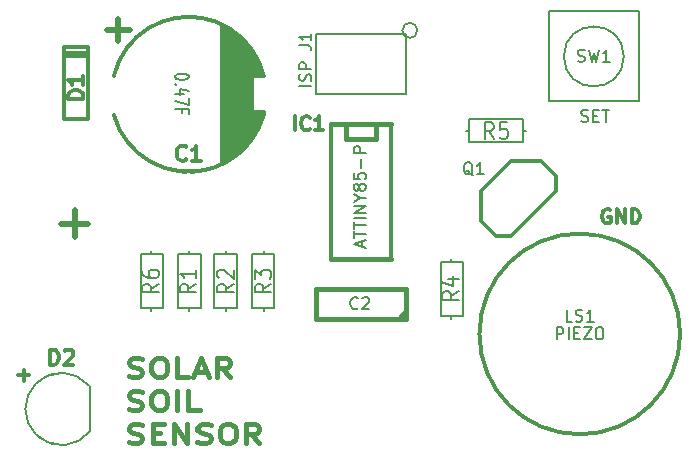
<source format=gbr>
G04 #@! TF.GenerationSoftware,KiCad,Pcbnew,(5.1.0)-1*
G04 #@! TF.CreationDate,2020-04-16T11:46:00+01:00*
G04 #@! TF.ProjectId,SolarSoilSensor,536f6c61-7253-46f6-996c-53656e736f72,rev?*
G04 #@! TF.SameCoordinates,PX5faea10PY77e7cd0*
G04 #@! TF.FileFunction,Legend,Top*
G04 #@! TF.FilePolarity,Positive*
%FSLAX46Y46*%
G04 Gerber Fmt 4.6, Leading zero omitted, Abs format (unit mm)*
G04 Created by KiCad (PCBNEW (5.1.0)-1) date 2020-04-16 11:46:00*
%MOMM*%
%LPD*%
G04 APERTURE LIST*
%ADD10C,0.400000*%
%ADD11C,0.300000*%
%ADD12C,0.500000*%
%ADD13C,0.200000*%
%ADD14C,0.304800*%
%ADD15C,0.381000*%
%ADD16C,0.127000*%
%ADD17C,0.203200*%
%ADD18C,0.150000*%
G04 APERTURE END LIST*
D10*
X13975952Y7867381D02*
X14261666Y7791191D01*
X14737857Y7791191D01*
X14928333Y7867381D01*
X15023571Y7943572D01*
X15118809Y8095953D01*
X15118809Y8248334D01*
X15023571Y8400715D01*
X14928333Y8476905D01*
X14737857Y8553096D01*
X14356904Y8629286D01*
X14166428Y8705477D01*
X14071190Y8781667D01*
X13975952Y8934048D01*
X13975952Y9086429D01*
X14071190Y9238810D01*
X14166428Y9315000D01*
X14356904Y9391191D01*
X14833095Y9391191D01*
X15118809Y9315000D01*
X16356904Y9391191D02*
X16737857Y9391191D01*
X16928333Y9315000D01*
X17118809Y9162620D01*
X17214047Y8857858D01*
X17214047Y8324524D01*
X17118809Y8019762D01*
X16928333Y7867381D01*
X16737857Y7791191D01*
X16356904Y7791191D01*
X16166428Y7867381D01*
X15975952Y8019762D01*
X15880714Y8324524D01*
X15880714Y8857858D01*
X15975952Y9162620D01*
X16166428Y9315000D01*
X16356904Y9391191D01*
X19023571Y7791191D02*
X18071190Y7791191D01*
X18071190Y9391191D01*
X19595000Y8248334D02*
X20547380Y8248334D01*
X19404523Y7791191D02*
X20071190Y9391191D01*
X20737857Y7791191D01*
X22547380Y7791191D02*
X21880714Y8553096D01*
X21404523Y7791191D02*
X21404523Y9391191D01*
X22166428Y9391191D01*
X22356904Y9315000D01*
X22452142Y9238810D01*
X22547380Y9086429D01*
X22547380Y8857858D01*
X22452142Y8705477D01*
X22356904Y8629286D01*
X22166428Y8553096D01*
X21404523Y8553096D01*
X13975952Y5067381D02*
X14261666Y4991191D01*
X14737857Y4991191D01*
X14928333Y5067381D01*
X15023571Y5143572D01*
X15118809Y5295953D01*
X15118809Y5448334D01*
X15023571Y5600715D01*
X14928333Y5676905D01*
X14737857Y5753096D01*
X14356904Y5829286D01*
X14166428Y5905477D01*
X14071190Y5981667D01*
X13975952Y6134048D01*
X13975952Y6286429D01*
X14071190Y6438810D01*
X14166428Y6515000D01*
X14356904Y6591191D01*
X14833095Y6591191D01*
X15118809Y6515000D01*
X16356904Y6591191D02*
X16737857Y6591191D01*
X16928333Y6515000D01*
X17118809Y6362620D01*
X17214047Y6057858D01*
X17214047Y5524524D01*
X17118809Y5219762D01*
X16928333Y5067381D01*
X16737857Y4991191D01*
X16356904Y4991191D01*
X16166428Y5067381D01*
X15975952Y5219762D01*
X15880714Y5524524D01*
X15880714Y6057858D01*
X15975952Y6362620D01*
X16166428Y6515000D01*
X16356904Y6591191D01*
X18071190Y4991191D02*
X18071190Y6591191D01*
X19975952Y4991191D02*
X19023571Y4991191D01*
X19023571Y6591191D01*
X13975952Y2267381D02*
X14261666Y2191191D01*
X14737857Y2191191D01*
X14928333Y2267381D01*
X15023571Y2343572D01*
X15118809Y2495953D01*
X15118809Y2648334D01*
X15023571Y2800715D01*
X14928333Y2876905D01*
X14737857Y2953096D01*
X14356904Y3029286D01*
X14166428Y3105477D01*
X14071190Y3181667D01*
X13975952Y3334048D01*
X13975952Y3486429D01*
X14071190Y3638810D01*
X14166428Y3715000D01*
X14356904Y3791191D01*
X14833095Y3791191D01*
X15118809Y3715000D01*
X15975952Y3029286D02*
X16642619Y3029286D01*
X16928333Y2191191D02*
X15975952Y2191191D01*
X15975952Y3791191D01*
X16928333Y3791191D01*
X17785476Y2191191D02*
X17785476Y3791191D01*
X18928333Y2191191D01*
X18928333Y3791191D01*
X19785476Y2267381D02*
X20071190Y2191191D01*
X20547380Y2191191D01*
X20737857Y2267381D01*
X20833095Y2343572D01*
X20928333Y2495953D01*
X20928333Y2648334D01*
X20833095Y2800715D01*
X20737857Y2876905D01*
X20547380Y2953096D01*
X20166428Y3029286D01*
X19975952Y3105477D01*
X19880714Y3181667D01*
X19785476Y3334048D01*
X19785476Y3486429D01*
X19880714Y3638810D01*
X19975952Y3715000D01*
X20166428Y3791191D01*
X20642619Y3791191D01*
X20928333Y3715000D01*
X22166428Y3791191D02*
X22547380Y3791191D01*
X22737857Y3715000D01*
X22928333Y3562620D01*
X23023571Y3257858D01*
X23023571Y2724524D01*
X22928333Y2419762D01*
X22737857Y2267381D01*
X22547380Y2191191D01*
X22166428Y2191191D01*
X21975952Y2267381D01*
X21785476Y2419762D01*
X21690238Y2724524D01*
X21690238Y3257858D01*
X21785476Y3562620D01*
X21975952Y3715000D01*
X22166428Y3791191D01*
X25023571Y2191191D02*
X24356904Y2953096D01*
X23880714Y2191191D02*
X23880714Y3791191D01*
X24642619Y3791191D01*
X24833095Y3715000D01*
X24928333Y3638810D01*
X25023571Y3486429D01*
X25023571Y3257858D01*
X24928333Y3105477D01*
X24833095Y3029286D01*
X24642619Y2953096D01*
X23880714Y2953096D01*
D11*
X54711714Y21936000D02*
X54597428Y21993143D01*
X54426000Y21993143D01*
X54254571Y21936000D01*
X54140285Y21821715D01*
X54083142Y21707429D01*
X54026000Y21478858D01*
X54026000Y21307429D01*
X54083142Y21078858D01*
X54140285Y20964572D01*
X54254571Y20850286D01*
X54426000Y20793143D01*
X54540285Y20793143D01*
X54711714Y20850286D01*
X54768857Y20907429D01*
X54768857Y21307429D01*
X54540285Y21307429D01*
X55283142Y20793143D02*
X55283142Y21993143D01*
X55968857Y20793143D01*
X55968857Y21993143D01*
X56540285Y20793143D02*
X56540285Y21993143D01*
X56826000Y21993143D01*
X56997428Y21936000D01*
X57111714Y21821715D01*
X57168857Y21707429D01*
X57226000Y21478858D01*
X57226000Y21307429D01*
X57168857Y21078858D01*
X57111714Y20964572D01*
X56997428Y20850286D01*
X56826000Y20793143D01*
X56540285Y20793143D01*
D12*
X10540857Y20740715D02*
X8255142Y20740715D01*
X9398000Y19597858D02*
X9398000Y21883572D01*
D13*
X19050000Y18161000D02*
X19050000Y18415000D01*
X19050000Y13589000D02*
X19050000Y13335000D01*
X20066000Y18161000D02*
X18161000Y18161000D01*
X18161000Y18161000D02*
X18161000Y13589000D01*
X18161000Y13589000D02*
X20066000Y13589000D01*
X20066000Y13589000D02*
X20066000Y18161000D01*
X22225000Y13589000D02*
X22225000Y13335000D01*
X22225000Y18161000D02*
X22225000Y18415000D01*
X21209000Y13589000D02*
X23114000Y13589000D01*
X23114000Y13589000D02*
X23114000Y18161000D01*
X23114000Y18161000D02*
X21209000Y18161000D01*
X21209000Y18161000D02*
X21209000Y13589000D01*
X25400000Y13589000D02*
X25400000Y13335000D01*
X25400000Y18161000D02*
X25400000Y18415000D01*
X24384000Y13589000D02*
X26289000Y13589000D01*
X26289000Y13589000D02*
X26289000Y18161000D01*
X26289000Y18161000D02*
X24384000Y18161000D01*
X24384000Y18161000D02*
X24384000Y13589000D01*
X41275000Y17526000D02*
X41275000Y17780000D01*
X41275000Y12954000D02*
X41275000Y12700000D01*
X42291000Y17526000D02*
X40386000Y17526000D01*
X40386000Y17526000D02*
X40386000Y12954000D01*
X40386000Y12954000D02*
X42291000Y12954000D01*
X42291000Y12954000D02*
X42291000Y17526000D01*
X42799000Y28575000D02*
X42545000Y28575000D01*
X47371000Y28575000D02*
X47625000Y28575000D01*
X42799000Y29591000D02*
X42799000Y27686000D01*
X42799000Y27686000D02*
X47371000Y27686000D01*
X47371000Y27686000D02*
X47371000Y29591000D01*
X47371000Y29591000D02*
X42799000Y29591000D01*
X15875000Y18161000D02*
X15875000Y18415000D01*
X15875000Y13589000D02*
X15875000Y13335000D01*
X16891000Y18161000D02*
X14986000Y18161000D01*
X14986000Y18161000D02*
X14986000Y13589000D01*
X14986000Y13589000D02*
X16891000Y13589000D01*
X16891000Y13589000D02*
X16891000Y18161000D01*
D11*
X60650000Y11430000D02*
G75*
G03X60650000Y11430000I-8500000J0D01*
G01*
X25400000Y30226000D02*
X25400000Y29972000D01*
X24130000Y30226000D02*
X25400000Y30226000D01*
X23876000Y27686000D02*
X24130000Y27940000D01*
X24384000Y29210000D02*
X24638000Y28956000D01*
X24384000Y28194000D02*
X24638000Y28956000D01*
X24892000Y29210000D02*
X24384000Y28194000D01*
X24638000Y29210000D02*
X24892000Y29210000D01*
X24384000Y29464000D02*
X24638000Y29210000D01*
X25146000Y29464000D02*
X24638000Y29464000D01*
X24130000Y29718000D02*
X25146000Y29718000D01*
X25400000Y29972000D02*
X24130000Y29972000D01*
X22098000Y37338000D02*
X22098000Y26162000D01*
X22098000Y26162000D02*
X22860000Y26670000D01*
X22860000Y26670000D02*
X22860000Y36830000D01*
X22860000Y36830000D02*
X22098000Y37338000D01*
X22098000Y37338000D02*
X23114000Y36576000D01*
X23114000Y36576000D02*
X23114000Y26670000D01*
X23114000Y26670000D02*
X23368000Y27178000D01*
X23368000Y27178000D02*
X23368000Y36576000D01*
X23368000Y36576000D02*
X23622000Y36068000D01*
X23622000Y36068000D02*
X23622000Y27178000D01*
X23622000Y27178000D02*
X23876000Y27686000D01*
X23876000Y27686000D02*
X23876000Y35814000D01*
X23876000Y35814000D02*
X24130000Y35560000D01*
X24130000Y35560000D02*
X24130000Y27940000D01*
X24130000Y27940000D02*
X24384000Y28194000D01*
X24384000Y28194000D02*
X24384000Y35306000D01*
X24384000Y35306000D02*
X24638000Y34798000D01*
X24638000Y34798000D02*
X24638000Y33274000D01*
X24638000Y33274000D02*
X25146000Y33274000D01*
X25146000Y33274000D02*
X24892000Y33528000D01*
X24892000Y33528000D02*
X25146000Y33528000D01*
X25146000Y33528000D02*
X24892000Y33782000D01*
X24892000Y33782000D02*
X25146000Y34036000D01*
X25146000Y34036000D02*
X24892000Y34290000D01*
X24892000Y34290000D02*
X24892000Y34036000D01*
X24892000Y34036000D02*
X24638000Y33528000D01*
X24638000Y33528000D02*
X24892000Y34544000D01*
X24892000Y34544000D02*
X23622000Y36068000D01*
X23622000Y36068000D02*
X24638000Y33528000D01*
X24638000Y33528000D02*
X23876000Y33528000D01*
X23876000Y33528000D02*
X23876000Y33274000D01*
X23876000Y33274000D02*
X25400000Y33274000D01*
X22606000Y26416000D02*
X22606000Y36830000D01*
X22352000Y26162000D02*
X22352000Y37084000D01*
X21844000Y25908000D02*
X21844000Y37592000D01*
X12700000Y29972000D02*
G75*
G03X20828000Y25400000I6350000J1778000D01*
G01*
X17272000Y25400000D02*
G75*
G03X25400000Y29972000I1778000J6350000D01*
G01*
X25400000Y33274000D02*
G75*
G03X17526000Y38100000I-6350000J-1524000D01*
G01*
X20574000Y38100000D02*
G75*
G03X12700000Y33274000I-1524000J-6350000D01*
G01*
D14*
X9525000Y35687000D02*
X8509000Y35687000D01*
X8509000Y35687000D02*
X8509000Y29591000D01*
X8509000Y29591000D02*
X9525000Y29591000D01*
X9525000Y29591000D02*
X10541000Y29591000D01*
X10541000Y29591000D02*
X10541000Y35687000D01*
X10541000Y35687000D02*
X9525000Y35687000D01*
X8509000Y35179000D02*
X10541000Y35179000D01*
X10541000Y34925000D02*
X8509000Y34925000D01*
D13*
X10668000Y6985000D02*
X10541000Y7112000D01*
X10668000Y6985000D02*
X10668000Y3302000D01*
X6350000Y2667000D02*
G75*
G03X10668000Y3175000I1905000J2413000D01*
G01*
X10541000Y7112000D02*
G75*
G03X6223000Y7366000I-2286000J-2032000D01*
G01*
X5207000Y5080000D02*
G75*
G03X8255000Y2032000I3048000J0D01*
G01*
X8255000Y8128000D02*
G75*
G03X5207000Y5080000I0J-3048000D01*
G01*
D15*
X36195000Y17780000D02*
X31115000Y17780000D01*
X32385000Y27940000D02*
X32385000Y29210000D01*
X34925000Y27940000D02*
X32385000Y27940000D01*
X34925000Y29210000D02*
X34925000Y27940000D01*
X31115000Y29210000D02*
X36195000Y29210000D01*
D14*
X31115000Y17780000D02*
X31115000Y29210000D01*
X36195000Y29210000D02*
X36195000Y17780000D01*
D13*
X37465000Y36830000D02*
X37465000Y31750000D01*
X29845000Y36830000D02*
X37465000Y36830000D01*
X29845000Y31750000D02*
X29845000Y36830000D01*
X37465000Y31750000D02*
X29845000Y31750000D01*
X38400000Y37130000D02*
G75*
G03X38400000Y37130000I-635000J0D01*
G01*
D14*
X46355000Y19685000D02*
X50165000Y23495000D01*
X50165000Y23495000D02*
X50165000Y24765000D01*
X50165000Y24765000D02*
X48895000Y26035000D01*
X48895000Y26035000D02*
X46355000Y26035000D01*
X46355000Y26035000D02*
X43815000Y23495000D01*
X43815000Y23495000D02*
X43815000Y20955000D01*
X43815000Y20955000D02*
X45085000Y19685000D01*
X45085000Y19685000D02*
X46355000Y19685000D01*
D16*
X55880000Y34925000D02*
G75*
G03X55880000Y34925000I-2540000J0D01*
G01*
X49530000Y38735000D02*
X57150000Y38735000D01*
X57150000Y38735000D02*
X57150000Y31115000D01*
X57150000Y31115000D02*
X49530000Y31115000D01*
X49530000Y38735000D02*
X49530000Y31115000D01*
D15*
X37465000Y12700000D02*
X37465000Y15240000D01*
X37465000Y15240000D02*
X29845000Y15240000D01*
X29845000Y15240000D02*
X29845000Y12700000D01*
X29845000Y12700000D02*
X37465000Y12700000D01*
D14*
X37465000Y13335000D02*
X36830000Y12700000D01*
D17*
X19681976Y15663334D02*
X19016738Y15240000D01*
X19681976Y14937620D02*
X18284976Y14937620D01*
X18284976Y15421429D01*
X18351500Y15542381D01*
X18418023Y15602858D01*
X18551071Y15663334D01*
X18750642Y15663334D01*
X18883690Y15602858D01*
X18950214Y15542381D01*
X19016738Y15421429D01*
X19016738Y14937620D01*
X19681976Y16872858D02*
X19681976Y16147143D01*
X19681976Y16510000D02*
X18284976Y16510000D01*
X18484547Y16389048D01*
X18617595Y16268096D01*
X18684119Y16147143D01*
X22856976Y15663334D02*
X22191738Y15240000D01*
X22856976Y14937620D02*
X21459976Y14937620D01*
X21459976Y15421429D01*
X21526500Y15542381D01*
X21593023Y15602858D01*
X21726071Y15663334D01*
X21925642Y15663334D01*
X22058690Y15602858D01*
X22125214Y15542381D01*
X22191738Y15421429D01*
X22191738Y14937620D01*
X21593023Y16147143D02*
X21526500Y16207620D01*
X21459976Y16328572D01*
X21459976Y16630953D01*
X21526500Y16751905D01*
X21593023Y16812381D01*
X21726071Y16872858D01*
X21859119Y16872858D01*
X22058690Y16812381D01*
X22856976Y16086667D01*
X22856976Y16872858D01*
X26031976Y15663334D02*
X25366738Y15240000D01*
X26031976Y14937620D02*
X24634976Y14937620D01*
X24634976Y15421429D01*
X24701500Y15542381D01*
X24768023Y15602858D01*
X24901071Y15663334D01*
X25100642Y15663334D01*
X25233690Y15602858D01*
X25300214Y15542381D01*
X25366738Y15421429D01*
X25366738Y14937620D01*
X24634976Y16086667D02*
X24634976Y16872858D01*
X25167166Y16449524D01*
X25167166Y16630953D01*
X25233690Y16751905D01*
X25300214Y16812381D01*
X25433261Y16872858D01*
X25765880Y16872858D01*
X25898928Y16812381D01*
X25965452Y16751905D01*
X26031976Y16630953D01*
X26031976Y16268096D01*
X25965452Y16147143D01*
X25898928Y16086667D01*
X41906976Y15028334D02*
X41241738Y14605000D01*
X41906976Y14302620D02*
X40509976Y14302620D01*
X40509976Y14786429D01*
X40576500Y14907381D01*
X40643023Y14967858D01*
X40776071Y15028334D01*
X40975642Y15028334D01*
X41108690Y14967858D01*
X41175214Y14907381D01*
X41241738Y14786429D01*
X41241738Y14302620D01*
X40975642Y16116905D02*
X41906976Y16116905D01*
X40443452Y15814524D02*
X41441309Y15512143D01*
X41441309Y16298334D01*
X44873333Y27943024D02*
X44450000Y28608262D01*
X44147619Y27943024D02*
X44147619Y29340024D01*
X44631428Y29340024D01*
X44752380Y29273500D01*
X44812857Y29206977D01*
X44873333Y29073929D01*
X44873333Y28874358D01*
X44812857Y28741310D01*
X44752380Y28674786D01*
X44631428Y28608262D01*
X44147619Y28608262D01*
X46022380Y29340024D02*
X45417619Y29340024D01*
X45357142Y28674786D01*
X45417619Y28741310D01*
X45538571Y28807834D01*
X45840952Y28807834D01*
X45961904Y28741310D01*
X46022380Y28674786D01*
X46082857Y28541739D01*
X46082857Y28209120D01*
X46022380Y28076072D01*
X45961904Y28009548D01*
X45840952Y27943024D01*
X45538571Y27943024D01*
X45417619Y28009548D01*
X45357142Y28076072D01*
X16506976Y15663334D02*
X15841738Y15240000D01*
X16506976Y14937620D02*
X15109976Y14937620D01*
X15109976Y15421429D01*
X15176500Y15542381D01*
X15243023Y15602858D01*
X15376071Y15663334D01*
X15575642Y15663334D01*
X15708690Y15602858D01*
X15775214Y15542381D01*
X15841738Y15421429D01*
X15841738Y14937620D01*
X15109976Y16751905D02*
X15109976Y16510000D01*
X15176500Y16389048D01*
X15243023Y16328572D01*
X15442595Y16207620D01*
X15708690Y16147143D01*
X16240880Y16147143D01*
X16373928Y16207620D01*
X16440452Y16268096D01*
X16506976Y16389048D01*
X16506976Y16630953D01*
X16440452Y16751905D01*
X16373928Y16812381D01*
X16240880Y16872858D01*
X15908261Y16872858D01*
X15775214Y16812381D01*
X15708690Y16751905D01*
X15642166Y16630953D01*
X15642166Y16389048D01*
X15708690Y16268096D01*
X15775214Y16207620D01*
X15908261Y16147143D01*
D18*
X51507142Y12477620D02*
X51030952Y12477620D01*
X51030952Y13477620D01*
X51792857Y12525239D02*
X51935714Y12477620D01*
X52173809Y12477620D01*
X52269047Y12525239D01*
X52316666Y12572858D01*
X52364285Y12668096D01*
X52364285Y12763334D01*
X52316666Y12858572D01*
X52269047Y12906191D01*
X52173809Y12953810D01*
X51983333Y13001429D01*
X51888095Y13049048D01*
X51840476Y13096667D01*
X51792857Y13191905D01*
X51792857Y13287143D01*
X51840476Y13382381D01*
X51888095Y13430000D01*
X51983333Y13477620D01*
X52221428Y13477620D01*
X52364285Y13430000D01*
X53316666Y12477620D02*
X52745238Y12477620D01*
X53030952Y12477620D02*
X53030952Y13477620D01*
X52935714Y13334762D01*
X52840476Y13239524D01*
X52745238Y13191905D01*
X50197619Y10977620D02*
X50197619Y11977620D01*
X50578571Y11977620D01*
X50673809Y11930000D01*
X50721428Y11882381D01*
X50769047Y11787143D01*
X50769047Y11644286D01*
X50721428Y11549048D01*
X50673809Y11501429D01*
X50578571Y11453810D01*
X50197619Y11453810D01*
X51197619Y10977620D02*
X51197619Y11977620D01*
X51673809Y11501429D02*
X52007142Y11501429D01*
X52150000Y10977620D02*
X51673809Y10977620D01*
X51673809Y11977620D01*
X52150000Y11977620D01*
X52483333Y11977620D02*
X53150000Y11977620D01*
X52483333Y10977620D01*
X53150000Y10977620D01*
X53721428Y11977620D02*
X53911904Y11977620D01*
X54007142Y11930000D01*
X54102380Y11834762D01*
X54150000Y11644286D01*
X54150000Y11310953D01*
X54102380Y11120477D01*
X54007142Y11025239D01*
X53911904Y10977620D01*
X53721428Y10977620D01*
X53626190Y11025239D01*
X53530952Y11120477D01*
X53483333Y11310953D01*
X53483333Y11644286D01*
X53530952Y11834762D01*
X53626190Y11930000D01*
X53721428Y11977620D01*
D11*
X18833333Y26205715D02*
X18771428Y26143810D01*
X18585714Y26081905D01*
X18461904Y26081905D01*
X18276190Y26143810D01*
X18152380Y26267620D01*
X18090476Y26391429D01*
X18028571Y26639048D01*
X18028571Y26824762D01*
X18090476Y27072381D01*
X18152380Y27196191D01*
X18276190Y27320000D01*
X18461904Y27381905D01*
X18585714Y27381905D01*
X18771428Y27320000D01*
X18833333Y27258096D01*
X20071428Y26081905D02*
X19328571Y26081905D01*
X19700000Y26081905D02*
X19700000Y27381905D01*
X19576190Y27196191D01*
X19452380Y27072381D01*
X19328571Y27010477D01*
D17*
X19040928Y33231667D02*
X19040928Y33147000D01*
X18986500Y33062334D01*
X18932071Y33020000D01*
X18823214Y32977667D01*
X18605500Y32935334D01*
X18333357Y32935334D01*
X18115642Y32977667D01*
X18006785Y33020000D01*
X17952357Y33062334D01*
X17897928Y33147000D01*
X17897928Y33231667D01*
X17952357Y33316334D01*
X18006785Y33358667D01*
X18115642Y33401000D01*
X18333357Y33443334D01*
X18605500Y33443334D01*
X18823214Y33401000D01*
X18932071Y33358667D01*
X18986500Y33316334D01*
X19040928Y33231667D01*
X18006785Y32554334D02*
X17952357Y32512000D01*
X17897928Y32554334D01*
X17952357Y32596667D01*
X18006785Y32554334D01*
X17897928Y32554334D01*
X18659928Y31750000D02*
X17897928Y31750000D01*
X19095357Y31961667D02*
X18278928Y32173334D01*
X18278928Y31623000D01*
X19040928Y31369000D02*
X19040928Y30776334D01*
X17897928Y31157334D01*
X18496642Y30141334D02*
X18496642Y30437667D01*
X17897928Y30437667D02*
X19040928Y30437667D01*
X19040928Y30014334D01*
D12*
X12128619Y37159429D02*
X14033380Y37159429D01*
X13081000Y36207048D02*
X13081000Y38111810D01*
D11*
X10113095Y31298477D02*
X8813095Y31298477D01*
X8813095Y31608000D01*
X8875000Y31793715D01*
X8998809Y31917524D01*
X9122619Y31979429D01*
X9370238Y32041334D01*
X9555952Y32041334D01*
X9803571Y31979429D01*
X9927380Y31917524D01*
X10051190Y31793715D01*
X10113095Y31608000D01*
X10113095Y31298477D01*
X10113095Y33279429D02*
X10113095Y32536572D01*
X10113095Y32908000D02*
X8813095Y32908000D01*
X8998809Y32784191D01*
X9122619Y32660381D01*
X9184523Y32536572D01*
X7295476Y8809905D02*
X7295476Y10109905D01*
X7605000Y10109905D01*
X7790714Y10048000D01*
X7914523Y9924191D01*
X7976428Y9800381D01*
X8038333Y9552762D01*
X8038333Y9367048D01*
X7976428Y9119429D01*
X7914523Y8995620D01*
X7790714Y8871810D01*
X7605000Y8809905D01*
X7295476Y8809905D01*
X8533571Y9986096D02*
X8595476Y10048000D01*
X8719285Y10109905D01*
X9028809Y10109905D01*
X9152619Y10048000D01*
X9214523Y9986096D01*
X9276428Y9862286D01*
X9276428Y9738477D01*
X9214523Y9552762D01*
X8471666Y8809905D01*
X9276428Y8809905D01*
X4622857Y7915286D02*
X5537142Y7915286D01*
X5080000Y7458143D02*
X5080000Y8372429D01*
X28038571Y28667143D02*
X28038571Y29867143D01*
X29295714Y28781429D02*
X29238571Y28724286D01*
X29067142Y28667143D01*
X28952857Y28667143D01*
X28781428Y28724286D01*
X28667142Y28838572D01*
X28610000Y28952858D01*
X28552857Y29181429D01*
X28552857Y29352858D01*
X28610000Y29581429D01*
X28667142Y29695715D01*
X28781428Y29810000D01*
X28952857Y29867143D01*
X29067142Y29867143D01*
X29238571Y29810000D01*
X29295714Y29752858D01*
X30438571Y28667143D02*
X29752857Y28667143D01*
X30095714Y28667143D02*
X30095714Y29867143D01*
X29981428Y29695715D01*
X29867142Y29581429D01*
X29752857Y29524286D01*
D18*
X33741666Y18805096D02*
X33741666Y19281286D01*
X34027380Y18709858D02*
X33027380Y19043191D01*
X34027380Y19376524D01*
X33027380Y19567000D02*
X33027380Y20138429D01*
X34027380Y19852715D02*
X33027380Y19852715D01*
X33027380Y20328905D02*
X33027380Y20900334D01*
X34027380Y20614620D02*
X33027380Y20614620D01*
X34027380Y21233667D02*
X33027380Y21233667D01*
X34027380Y21709858D02*
X33027380Y21709858D01*
X34027380Y22281286D01*
X33027380Y22281286D01*
X33551190Y22947953D02*
X34027380Y22947953D01*
X33027380Y22614620D02*
X33551190Y22947953D01*
X33027380Y23281286D01*
X33455952Y23757477D02*
X33408333Y23662239D01*
X33360714Y23614620D01*
X33265476Y23567000D01*
X33217857Y23567000D01*
X33122619Y23614620D01*
X33075000Y23662239D01*
X33027380Y23757477D01*
X33027380Y23947953D01*
X33075000Y24043191D01*
X33122619Y24090810D01*
X33217857Y24138429D01*
X33265476Y24138429D01*
X33360714Y24090810D01*
X33408333Y24043191D01*
X33455952Y23947953D01*
X33455952Y23757477D01*
X33503571Y23662239D01*
X33551190Y23614620D01*
X33646428Y23567000D01*
X33836904Y23567000D01*
X33932142Y23614620D01*
X33979761Y23662239D01*
X34027380Y23757477D01*
X34027380Y23947953D01*
X33979761Y24043191D01*
X33932142Y24090810D01*
X33836904Y24138429D01*
X33646428Y24138429D01*
X33551190Y24090810D01*
X33503571Y24043191D01*
X33455952Y23947953D01*
X33027380Y25043191D02*
X33027380Y24567000D01*
X33503571Y24519381D01*
X33455952Y24567000D01*
X33408333Y24662239D01*
X33408333Y24900334D01*
X33455952Y24995572D01*
X33503571Y25043191D01*
X33598809Y25090810D01*
X33836904Y25090810D01*
X33932142Y25043191D01*
X33979761Y24995572D01*
X34027380Y24900334D01*
X34027380Y24662239D01*
X33979761Y24567000D01*
X33932142Y24519381D01*
X33646428Y25519381D02*
X33646428Y26281286D01*
X34027380Y26757477D02*
X33027380Y26757477D01*
X33027380Y27138429D01*
X33075000Y27233667D01*
X33122619Y27281286D01*
X33217857Y27328905D01*
X33360714Y27328905D01*
X33455952Y27281286D01*
X33503571Y27233667D01*
X33551190Y27138429D01*
X33551190Y26757477D01*
X28408380Y35861667D02*
X29122666Y35861667D01*
X29265523Y35814048D01*
X29360761Y35718810D01*
X29408380Y35575953D01*
X29408380Y35480715D01*
X29408380Y36861667D02*
X29408380Y36290239D01*
X29408380Y36575953D02*
X28408380Y36575953D01*
X28551238Y36480715D01*
X28646476Y36385477D01*
X28694095Y36290239D01*
X29408380Y32424810D02*
X28408380Y32424810D01*
X29360761Y32853381D02*
X29408380Y32996239D01*
X29408380Y33234334D01*
X29360761Y33329572D01*
X29313142Y33377191D01*
X29217904Y33424810D01*
X29122666Y33424810D01*
X29027428Y33377191D01*
X28979809Y33329572D01*
X28932190Y33234334D01*
X28884571Y33043858D01*
X28836952Y32948620D01*
X28789333Y32901000D01*
X28694095Y32853381D01*
X28598857Y32853381D01*
X28503619Y32901000D01*
X28456000Y32948620D01*
X28408380Y33043858D01*
X28408380Y33281953D01*
X28456000Y33424810D01*
X29408380Y33853381D02*
X28408380Y33853381D01*
X28408380Y34234334D01*
X28456000Y34329572D01*
X28503619Y34377191D01*
X28598857Y34424810D01*
X28741714Y34424810D01*
X28836952Y34377191D01*
X28884571Y34329572D01*
X28932190Y34234334D01*
X28932190Y33853381D01*
D17*
X43083238Y24843620D02*
X42986476Y24892000D01*
X42889714Y24988762D01*
X42744571Y25133905D01*
X42647809Y25182286D01*
X42551047Y25182286D01*
X42599428Y24940381D02*
X42502666Y24988762D01*
X42405904Y25085524D01*
X42357523Y25279048D01*
X42357523Y25617715D01*
X42405904Y25811239D01*
X42502666Y25908000D01*
X42599428Y25956381D01*
X42792952Y25956381D01*
X42889714Y25908000D01*
X42986476Y25811239D01*
X43034857Y25617715D01*
X43034857Y25279048D01*
X42986476Y25085524D01*
X42889714Y24988762D01*
X42792952Y24940381D01*
X42599428Y24940381D01*
X44002476Y24940381D02*
X43421904Y24940381D01*
X43712190Y24940381D02*
X43712190Y25956381D01*
X43615428Y25811239D01*
X43518666Y25714477D01*
X43421904Y25666096D01*
X51985333Y34513762D02*
X52130476Y34465381D01*
X52372380Y34465381D01*
X52469142Y34513762D01*
X52517523Y34562143D01*
X52565904Y34658905D01*
X52565904Y34755667D01*
X52517523Y34852429D01*
X52469142Y34900810D01*
X52372380Y34949191D01*
X52178857Y34997572D01*
X52082095Y35045953D01*
X52033714Y35094334D01*
X51985333Y35191096D01*
X51985333Y35287858D01*
X52033714Y35384620D01*
X52082095Y35433000D01*
X52178857Y35481381D01*
X52420761Y35481381D01*
X52565904Y35433000D01*
X52904571Y35481381D02*
X53146476Y34465381D01*
X53340000Y35191096D01*
X53533523Y34465381D01*
X53775428Y35481381D01*
X54694666Y34465381D02*
X54114095Y34465381D01*
X54404380Y34465381D02*
X54404380Y35481381D01*
X54307619Y35336239D01*
X54210857Y35239477D01*
X54114095Y35191096D01*
X52279247Y29433762D02*
X52424390Y29385381D01*
X52666295Y29385381D01*
X52763057Y29433762D01*
X52811438Y29482143D01*
X52859819Y29578905D01*
X52859819Y29675667D01*
X52811438Y29772429D01*
X52763057Y29820810D01*
X52666295Y29869191D01*
X52472771Y29917572D01*
X52376009Y29965953D01*
X52327628Y30014334D01*
X52279247Y30111096D01*
X52279247Y30207858D01*
X52327628Y30304620D01*
X52376009Y30353000D01*
X52472771Y30401381D01*
X52714676Y30401381D01*
X52859819Y30353000D01*
X53295247Y29917572D02*
X53633914Y29917572D01*
X53779057Y29385381D02*
X53295247Y29385381D01*
X53295247Y30401381D01*
X53779057Y30401381D01*
X54069342Y30401381D02*
X54649914Y30401381D01*
X54359628Y29385381D02*
X54359628Y30401381D01*
X33358666Y13607143D02*
X33310285Y13558762D01*
X33165142Y13510381D01*
X33068380Y13510381D01*
X32923238Y13558762D01*
X32826476Y13655524D01*
X32778095Y13752286D01*
X32729714Y13945810D01*
X32729714Y14090953D01*
X32778095Y14284477D01*
X32826476Y14381239D01*
X32923238Y14478000D01*
X33068380Y14526381D01*
X33165142Y14526381D01*
X33310285Y14478000D01*
X33358666Y14429620D01*
X33745714Y14429620D02*
X33794095Y14478000D01*
X33890857Y14526381D01*
X34132761Y14526381D01*
X34229523Y14478000D01*
X34277904Y14429620D01*
X34326285Y14332858D01*
X34326285Y14236096D01*
X34277904Y14090953D01*
X33697333Y13510381D01*
X34326285Y13510381D01*
M02*

</source>
